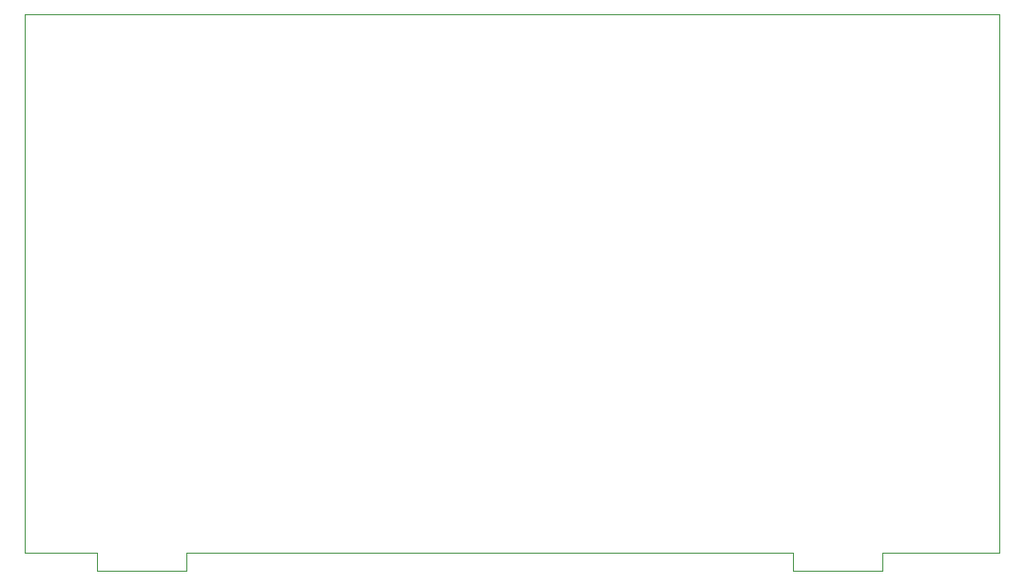
<source format=gbr>
G04 #@! TF.GenerationSoftware,KiCad,Pcbnew,(6.0.0)*
G04 #@! TF.CreationDate,2022-12-26T17:58:56+03:00*
G04 #@! TF.ProjectId,left,6c656674-2e6b-4696-9361-645f70636258,rev?*
G04 #@! TF.SameCoordinates,Original*
G04 #@! TF.FileFunction,Profile,NP*
%FSLAX46Y46*%
G04 Gerber Fmt 4.6, Leading zero omitted, Abs format (unit mm)*
G04 Created by KiCad (PCBNEW (6.0.0)) date 2022-12-26 17:58:56*
%MOMM*%
%LPD*%
G01*
G04 APERTURE LIST*
G04 #@! TA.AperFunction,Profile*
%ADD10C,0.050000*%
G04 #@! TD*
G04 APERTURE END LIST*
D10*
X114400000Y-101400000D02*
X116000000Y-101400000D01*
X168400000Y-101400000D02*
X166800000Y-101400000D01*
X166800000Y-101400000D02*
X116000000Y-101400000D01*
X168400000Y-103000000D02*
X168400000Y-101400000D01*
X176400000Y-103000000D02*
X168400000Y-103000000D01*
X176400000Y-101400000D02*
X176400000Y-103000000D01*
X186800000Y-101400000D02*
X176400000Y-101400000D01*
X114400000Y-103000000D02*
X114400000Y-101400000D01*
X106400000Y-103000000D02*
X114400000Y-103000000D01*
X106400000Y-101400000D02*
X106400000Y-103000000D01*
X100000000Y-101400000D02*
X106400000Y-101400000D01*
X100000000Y-53400000D02*
X100000000Y-101400000D01*
X186800000Y-53400000D02*
X186800000Y-101400000D01*
X100000000Y-53400000D02*
X186800000Y-53400000D01*
M02*

</source>
